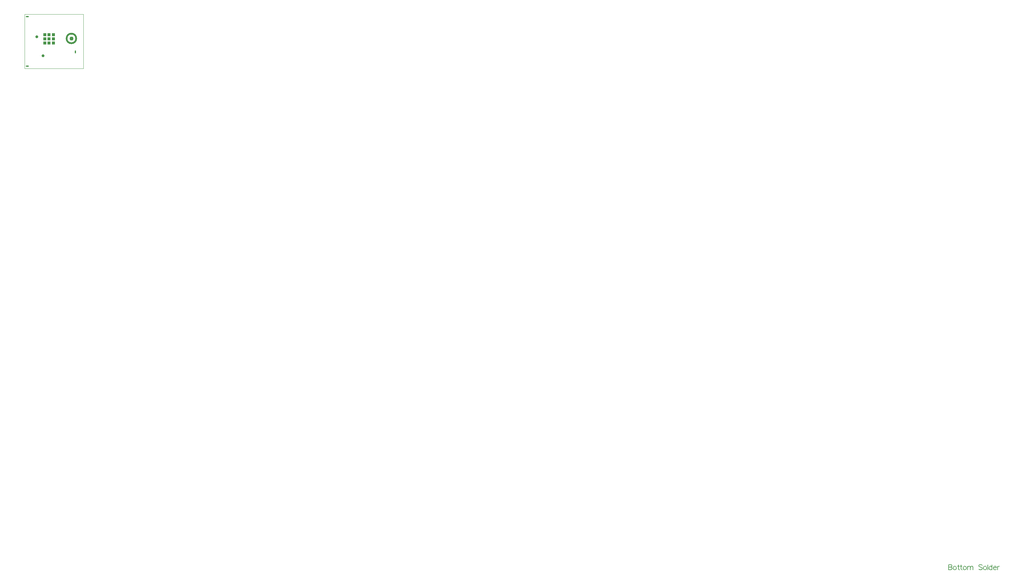
<source format=gbs>
G04*
G04 #@! TF.GenerationSoftware,Altium Limited,Altium Designer,22.4.2 (48)*
G04*
G04 Layer_Color=16711935*
%FSLAX24Y24*%
%MOIN*%
G70*
G04*
G04 #@! TF.SameCoordinates,09D1A8E4-E44A-436B-8A94-970E0EB30887*
G04*
G04*
G04 #@! TF.FilePolarity,Negative*
G04*
G01*
G75*
%ADD14C,0.0059*%
%ADD15C,0.0039*%
%ADD16R,0.0354X0.0354*%
%ADD41O,0.0316X0.0158*%
%ADD42O,0.0158X0.0316*%
%ADD55C,0.0200*%
%ADD63C,0.0315*%
G04:AMPARAMS|DCode=64|XSize=39.5mil|YSize=39.5mil|CornerRadius=11.9mil|HoleSize=0mil|Usage=FLASHONLY|Rotation=270.000|XOffset=0mil|YOffset=0mil|HoleType=Round|Shape=RoundedRectangle|*
%AMROUNDEDRECTD64*
21,1,0.0395,0.0157,0,0,270.0*
21,1,0.0157,0.0395,0,0,270.0*
1,1,0.0237,-0.0079,-0.0079*
1,1,0.0237,-0.0079,0.0079*
1,1,0.0237,0.0079,0.0079*
1,1,0.0237,0.0079,-0.0079*
%
%ADD64ROUNDEDRECTD64*%
D14*
X103760Y-55760D02*
X103760Y-56350D01*
X103760Y-55760D02*
X104013Y-55760D01*
X104097Y-55788D01*
X104125Y-55816D01*
X104154Y-55872D01*
X104154Y-55928D01*
X104125Y-55985D01*
X104097Y-56013D01*
X104013Y-56041D01*
X103760Y-56041D02*
X104013Y-56041D01*
X104097Y-56069D01*
X104125Y-56097D01*
X104154Y-56153D01*
X104154Y-56238D01*
X104125Y-56294D01*
X104097Y-56322D01*
X104013Y-56350D01*
X103760Y-56350D01*
X104426Y-55956D02*
X104370Y-55985D01*
X104314Y-56041D01*
X104286Y-56125D01*
X104286Y-56181D01*
X104314Y-56266D01*
X104370Y-56322D01*
X104426Y-56350D01*
X104511Y-56350D01*
X104567Y-56322D01*
X104623Y-56266D01*
X104651Y-56181D01*
X104651Y-56125D01*
X104623Y-56041D01*
X104567Y-55985D01*
X104511Y-55956D01*
X104426Y-55956D01*
X104865Y-55760D02*
X104865Y-56238D01*
X104893Y-56322D01*
X104949Y-56350D01*
X105006Y-56350D01*
X104781Y-55956D02*
X104977Y-55956D01*
X105174Y-55760D02*
X105174Y-56238D01*
X105202Y-56322D01*
X105259Y-56350D01*
X105315Y-56350D01*
X105090Y-55956D02*
X105287Y-55956D01*
X105540Y-55956D02*
X105483Y-55985D01*
X105427Y-56041D01*
X105399Y-56125D01*
X105399Y-56181D01*
X105427Y-56266D01*
X105483Y-56322D01*
X105540Y-56350D01*
X105624Y-56350D01*
X105680Y-56322D01*
X105737Y-56266D01*
X105765Y-56181D01*
X105765Y-56125D01*
X105737Y-56041D01*
X105680Y-55985D01*
X105624Y-55956D01*
X105540Y-55956D01*
X105894Y-55956D02*
X105894Y-56350D01*
X105894Y-56069D02*
X105978Y-55985D01*
X106035Y-55956D01*
X106119Y-55956D01*
X106175Y-55985D01*
X106203Y-56069D01*
X106203Y-56350D01*
X106203Y-56069D02*
X106288Y-55985D01*
X106344Y-55956D01*
X106428Y-55956D01*
X106484Y-55985D01*
X106512Y-56069D01*
X106512Y-56350D01*
X107556Y-55844D02*
X107499Y-55788D01*
X107415Y-55760D01*
X107303Y-55760D01*
X107218Y-55788D01*
X107162Y-55844D01*
X107162Y-55900D01*
X107190Y-55956D01*
X107218Y-55985D01*
X107274Y-56013D01*
X107443Y-56069D01*
X107499Y-56097D01*
X107527Y-56125D01*
X107556Y-56181D01*
X107556Y-56266D01*
X107499Y-56322D01*
X107415Y-56350D01*
X107303Y-56350D01*
X107218Y-56322D01*
X107162Y-56266D01*
X107828Y-55956D02*
X107772Y-55985D01*
X107716Y-56041D01*
X107688Y-56125D01*
X107688Y-56181D01*
X107716Y-56266D01*
X107772Y-56322D01*
X107828Y-56350D01*
X107913Y-56350D01*
X107969Y-56322D01*
X108025Y-56266D01*
X108053Y-56181D01*
X108053Y-56125D01*
X108025Y-56041D01*
X107969Y-55985D01*
X107913Y-55956D01*
X107828Y-55956D01*
X108183Y-55760D02*
X108183Y-56350D01*
X108644Y-55760D02*
X108644Y-56350D01*
X108644Y-56041D02*
X108587Y-55985D01*
X108531Y-55956D01*
X108447Y-55956D01*
X108391Y-55985D01*
X108334Y-56041D01*
X108306Y-56125D01*
X108306Y-56181D01*
X108334Y-56266D01*
X108391Y-56322D01*
X108447Y-56350D01*
X108531Y-56350D01*
X108587Y-56322D01*
X108644Y-56266D01*
X108801Y-56125D02*
X109138Y-56125D01*
X109138Y-56069D01*
X109110Y-56013D01*
X109082Y-55985D01*
X109026Y-55956D01*
X108942Y-55956D01*
X108885Y-55985D01*
X108829Y-56041D01*
X108801Y-56125D01*
X108801Y-56181D01*
X108829Y-56266D01*
X108885Y-56322D01*
X108942Y-56350D01*
X109026Y-56350D01*
X109082Y-56322D01*
X109138Y-56266D01*
X109265Y-55956D02*
X109265Y-56350D01*
X109265Y-56125D02*
X109293Y-56041D01*
X109349Y-55985D01*
X109406Y-55956D01*
X109490Y-55956D01*
D15*
X0Y0D02*
X0Y6102D01*
X0Y0D02*
X6600Y0D01*
X6600Y6102D01*
X0Y6102D02*
X6600Y6102D01*
D16*
X2281Y2848D02*
D03*
X2281Y3792D02*
D03*
X2754Y3792D02*
D03*
X3226Y3792D02*
D03*
X3226Y3320D02*
D03*
X2754Y3320D02*
D03*
X2281Y3320D02*
D03*
X3226Y2848D02*
D03*
X2754Y2848D02*
D03*
D41*
X316Y5827D02*
D03*
X315Y256D02*
D03*
D42*
X5721Y1870D02*
D03*
D55*
X5799Y3371D02*
G03*
X5799Y3371I-540J0D01*
G01*
D63*
X2080Y1410D02*
D03*
X1384Y3560D02*
D03*
D64*
X5260Y3371D02*
D03*
M02*

</source>
